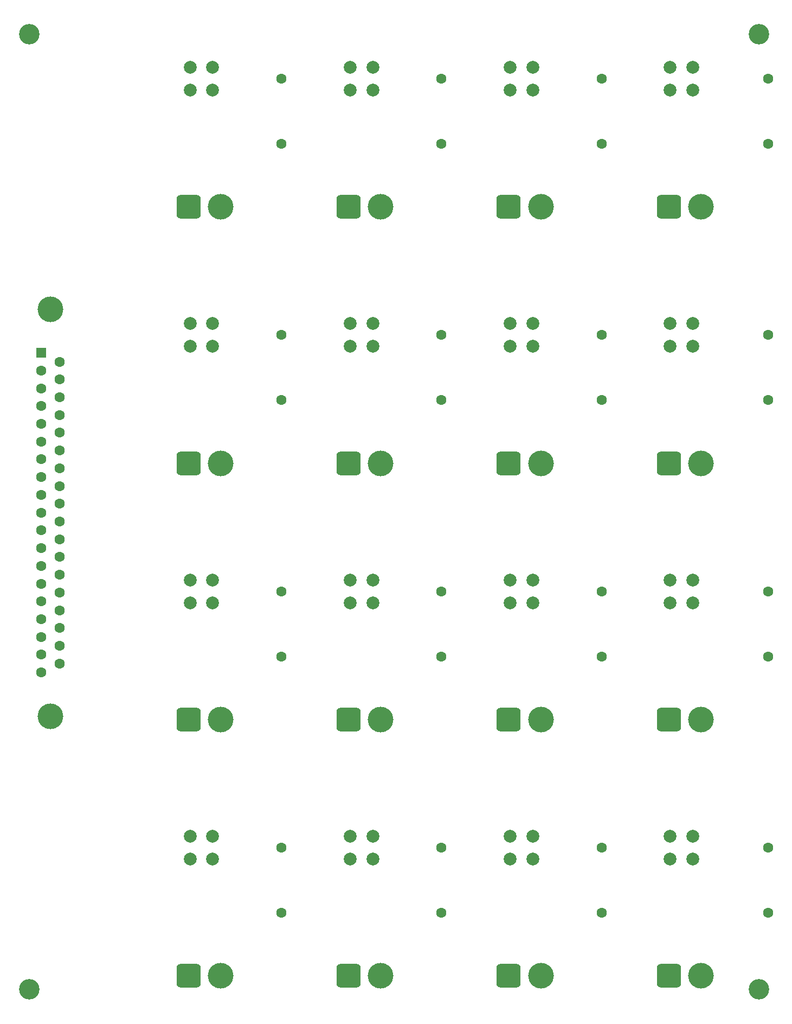
<source format=gbs>
G04 #@! TF.GenerationSoftware,KiCad,Pcbnew,9.0.5*
G04 #@! TF.CreationDate,2025-10-19T17:50:37-05:00*
G04 #@! TF.ProjectId,AI_Board_Rev_B,41495f42-6f61-4726-945f-5265765f422e,B*
G04 #@! TF.SameCoordinates,Original*
G04 #@! TF.FileFunction,Soldermask,Bot*
G04 #@! TF.FilePolarity,Negative*
%FSLAX46Y46*%
G04 Gerber Fmt 4.6, Leading zero omitted, Abs format (unit mm)*
G04 Created by KiCad (PCBNEW 9.0.5) date 2025-10-19 17:50:37*
%MOMM*%
%LPD*%
G01*
G04 APERTURE LIST*
G04 Aperture macros list*
%AMRoundRect*
0 Rectangle with rounded corners*
0 $1 Rounding radius*
0 $2 $3 $4 $5 $6 $7 $8 $9 X,Y pos of 4 corners*
0 Add a 4 corners polygon primitive as box body*
4,1,4,$2,$3,$4,$5,$6,$7,$8,$9,$2,$3,0*
0 Add four circle primitives for the rounded corners*
1,1,$1+$1,$2,$3*
1,1,$1+$1,$4,$5*
1,1,$1+$1,$6,$7*
1,1,$1+$1,$8,$9*
0 Add four rect primitives between the rounded corners*
20,1,$1+$1,$2,$3,$4,$5,0*
20,1,$1+$1,$4,$5,$6,$7,0*
20,1,$1+$1,$6,$7,$8,$9,0*
20,1,$1+$1,$8,$9,$2,$3,0*%
G04 Aperture macros list end*
%ADD10C,2.000000*%
%ADD11C,1.600000*%
%ADD12RoundRect,0.760000X-1.140000X-1.140000X1.140000X-1.140000X1.140000X1.140000X-1.140000X1.140000X0*%
%ADD13C,4.000000*%
%ADD14C,3.200000*%
%ADD15R,1.600000X1.600000*%
G04 APERTURE END LIST*
D10*
X123232233Y-108232233D03*
X126767767Y-108232233D03*
X126767767Y-111767767D03*
X123232233Y-111767767D03*
D11*
X138500000Y-70000000D03*
X138500000Y-80160000D03*
D10*
X98232233Y-68232233D03*
X101767767Y-68232233D03*
X101767767Y-71767767D03*
X98232233Y-71767767D03*
D12*
X98000000Y-50000000D03*
D13*
X103000000Y-50000000D03*
D14*
X23090400Y-23090400D03*
D12*
X73000000Y-170000000D03*
D13*
X78000000Y-170000000D03*
D14*
X137090400Y-23090400D03*
D10*
X123232233Y-28232233D03*
X126767767Y-28232233D03*
X126767767Y-31767767D03*
X123232233Y-31767767D03*
X48232233Y-108232233D03*
X51767767Y-108232233D03*
X51767767Y-111767767D03*
X48232233Y-111767767D03*
X98232233Y-148232233D03*
X101767767Y-148232233D03*
X101767767Y-151767767D03*
X98232233Y-151767767D03*
X48232233Y-68232233D03*
X51767767Y-68232233D03*
X51767767Y-71767767D03*
X48232233Y-71767767D03*
D12*
X98000000Y-90000000D03*
D13*
X103000000Y-90000000D03*
D10*
X48232233Y-28232233D03*
X51767767Y-28232233D03*
X51767767Y-31767767D03*
X48232233Y-31767767D03*
D11*
X138500000Y-150000000D03*
X138500000Y-160160000D03*
D13*
X26420000Y-129460000D03*
X26420000Y-65960000D03*
D15*
X25000000Y-72780000D03*
D11*
X25000000Y-75550000D03*
X25000000Y-78320000D03*
X25000000Y-81090000D03*
X25000000Y-83860000D03*
X25000000Y-86630000D03*
X25000000Y-89400000D03*
X25000000Y-92170000D03*
X25000000Y-94940000D03*
X25000000Y-97710000D03*
X25000000Y-100480000D03*
X25000000Y-103250000D03*
X25000000Y-106020000D03*
X25000000Y-108790000D03*
X25000000Y-111560000D03*
X25000000Y-114330000D03*
X25000000Y-117100000D03*
X25000000Y-119870000D03*
X25000000Y-122640000D03*
X27840000Y-74165000D03*
X27840000Y-76935000D03*
X27840000Y-79705000D03*
X27840000Y-82475000D03*
X27840000Y-85245000D03*
X27840000Y-88015000D03*
X27840000Y-90785000D03*
X27840000Y-93555000D03*
X27840000Y-96325000D03*
X27840000Y-99095000D03*
X27840000Y-101865000D03*
X27840000Y-104635000D03*
X27840000Y-107405000D03*
X27840000Y-110175000D03*
X27840000Y-112945000D03*
X27840000Y-115715000D03*
X27840000Y-118485000D03*
X27840000Y-121255000D03*
X112500000Y-70000000D03*
X112500000Y-80160000D03*
D14*
X23090400Y-172090400D03*
D12*
X123000000Y-50000000D03*
D13*
X128000000Y-50000000D03*
D10*
X98232233Y-108232233D03*
X101767767Y-108232233D03*
X101767767Y-111767767D03*
X98232233Y-111767767D03*
D12*
X48000000Y-130000000D03*
D13*
X53000000Y-130000000D03*
D10*
X123232233Y-68232233D03*
X126767767Y-68232233D03*
X126767767Y-71767767D03*
X123232233Y-71767767D03*
X73232233Y-28232233D03*
X76767767Y-28232233D03*
X76767767Y-31767767D03*
X73232233Y-31767767D03*
D12*
X48000000Y-90000000D03*
D13*
X53000000Y-90000000D03*
D10*
X73232233Y-108232233D03*
X76767767Y-108232233D03*
X76767767Y-111767767D03*
X73232233Y-111767767D03*
D11*
X87500000Y-150000000D03*
X87500000Y-160160000D03*
D10*
X73232233Y-68232233D03*
X76767767Y-68232233D03*
X76767767Y-71767767D03*
X73232233Y-71767767D03*
D12*
X73000000Y-130000000D03*
D13*
X78000000Y-130000000D03*
D11*
X87500000Y-70000000D03*
X87500000Y-80160000D03*
X138500000Y-30000000D03*
X138500000Y-40160000D03*
D12*
X98000000Y-170000000D03*
D13*
X103000000Y-170000000D03*
D11*
X87500000Y-110000000D03*
X87500000Y-120160000D03*
D12*
X73000000Y-90000000D03*
D13*
X78000000Y-90000000D03*
D11*
X138500000Y-110000000D03*
X138500000Y-120160000D03*
X87500000Y-30000000D03*
X87500000Y-40160000D03*
X112500000Y-30000000D03*
X112500000Y-40160000D03*
D12*
X48000000Y-170000000D03*
D13*
X53000000Y-170000000D03*
D10*
X73232233Y-148232233D03*
X76767767Y-148232233D03*
X76767767Y-151767767D03*
X73232233Y-151767767D03*
D14*
X137090400Y-172090400D03*
D10*
X48232233Y-148232233D03*
X51767767Y-148232233D03*
X51767767Y-151767767D03*
X48232233Y-151767767D03*
D12*
X48000000Y-50000000D03*
D13*
X53000000Y-50000000D03*
D12*
X98000000Y-130000000D03*
D13*
X103000000Y-130000000D03*
D12*
X123000000Y-130000000D03*
D13*
X128000000Y-130000000D03*
D12*
X123000000Y-170000000D03*
D13*
X128000000Y-170000000D03*
D12*
X73000000Y-50000000D03*
D13*
X78000000Y-50000000D03*
D12*
X123000000Y-90000000D03*
D13*
X128000000Y-90000000D03*
D11*
X112500000Y-150000000D03*
X112500000Y-160160000D03*
X112500000Y-110000000D03*
X112500000Y-120160000D03*
D10*
X98232233Y-28232233D03*
X101767767Y-28232233D03*
X101767767Y-31767767D03*
X98232233Y-31767767D03*
D11*
X62500000Y-110000000D03*
X62500000Y-120160000D03*
X62500000Y-70000000D03*
X62500000Y-80160000D03*
X62500000Y-30000000D03*
X62500000Y-40160000D03*
X62500000Y-150000000D03*
X62500000Y-160160000D03*
D10*
X123232233Y-148232233D03*
X126767767Y-148232233D03*
X126767767Y-151767767D03*
X123232233Y-151767767D03*
M02*

</source>
